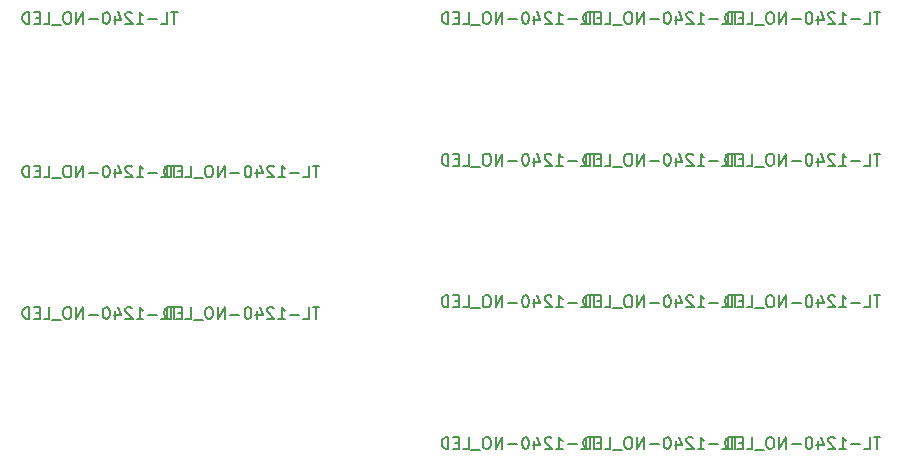
<source format=gbr>
%TF.GenerationSoftware,KiCad,Pcbnew,5.1.12-84ad8e8a86~92~ubuntu20.04.1*%
%TF.CreationDate,2022-04-21T21:58:34+02:00*%
%TF.ProjectId,bkm-15r-mini,626b6d2d-3135-4722-9d6d-696e692e6b69,rev?*%
%TF.SameCoordinates,Original*%
%TF.FileFunction,AssemblyDrawing,Bot*%
%FSLAX46Y46*%
G04 Gerber Fmt 4.6, Leading zero omitted, Abs format (unit mm)*
G04 Created by KiCad (PCBNEW 5.1.12-84ad8e8a86~92~ubuntu20.04.1) date 2022-04-21 21:58:34*
%MOMM*%
%LPD*%
G01*
G04 APERTURE LIST*
%ADD10C,0.150000*%
G04 APERTURE END LIST*
%TO.C,SW101*%
D10*
X170619047Y-38552380D02*
X170047619Y-38552380D01*
X170333333Y-39552380D02*
X170333333Y-38552380D01*
X169238095Y-39552380D02*
X169714285Y-39552380D01*
X169714285Y-38552380D01*
X168904761Y-39171428D02*
X168142857Y-39171428D01*
X167142857Y-39552380D02*
X167714285Y-39552380D01*
X167428571Y-39552380D02*
X167428571Y-38552380D01*
X167523809Y-38695238D01*
X167619047Y-38790476D01*
X167714285Y-38838095D01*
X166761904Y-38647619D02*
X166714285Y-38600000D01*
X166619047Y-38552380D01*
X166380952Y-38552380D01*
X166285714Y-38600000D01*
X166238095Y-38647619D01*
X166190476Y-38742857D01*
X166190476Y-38838095D01*
X166238095Y-38980952D01*
X166809523Y-39552380D01*
X166190476Y-39552380D01*
X165333333Y-38885714D02*
X165333333Y-39552380D01*
X165571428Y-38504761D02*
X165809523Y-39219047D01*
X165190476Y-39219047D01*
X164619047Y-38552380D02*
X164523809Y-38552380D01*
X164428571Y-38600000D01*
X164380952Y-38647619D01*
X164333333Y-38742857D01*
X164285714Y-38933333D01*
X164285714Y-39171428D01*
X164333333Y-39361904D01*
X164380952Y-39457142D01*
X164428571Y-39504761D01*
X164523809Y-39552380D01*
X164619047Y-39552380D01*
X164714285Y-39504761D01*
X164761904Y-39457142D01*
X164809523Y-39361904D01*
X164857142Y-39171428D01*
X164857142Y-38933333D01*
X164809523Y-38742857D01*
X164761904Y-38647619D01*
X164714285Y-38600000D01*
X164619047Y-38552380D01*
X163857142Y-39171428D02*
X163095238Y-39171428D01*
X162619047Y-39552380D02*
X162619047Y-38552380D01*
X162047619Y-39552380D01*
X162047619Y-38552380D01*
X161380952Y-38552380D02*
X161190476Y-38552380D01*
X161095238Y-38600000D01*
X161000000Y-38695238D01*
X160952380Y-38885714D01*
X160952380Y-39219047D01*
X161000000Y-39409523D01*
X161095238Y-39504761D01*
X161190476Y-39552380D01*
X161380952Y-39552380D01*
X161476190Y-39504761D01*
X161571428Y-39409523D01*
X161619047Y-39219047D01*
X161619047Y-38885714D01*
X161571428Y-38695238D01*
X161476190Y-38600000D01*
X161380952Y-38552380D01*
X160761904Y-39647619D02*
X160000000Y-39647619D01*
X159285714Y-39552380D02*
X159761904Y-39552380D01*
X159761904Y-38552380D01*
X158952380Y-39028571D02*
X158619047Y-39028571D01*
X158476190Y-39552380D02*
X158952380Y-39552380D01*
X158952380Y-38552380D01*
X158476190Y-38552380D01*
X158047619Y-39552380D02*
X158047619Y-38552380D01*
X157809523Y-38552380D01*
X157666666Y-38600000D01*
X157571428Y-38695238D01*
X157523809Y-38790476D01*
X157476190Y-38980952D01*
X157476190Y-39123809D01*
X157523809Y-39314285D01*
X157571428Y-39409523D01*
X157666666Y-39504761D01*
X157809523Y-39552380D01*
X158047619Y-39552380D01*
%TO.C,SW102*%
X158619047Y-38552380D02*
X158047619Y-38552380D01*
X158333333Y-39552380D02*
X158333333Y-38552380D01*
X157238095Y-39552380D02*
X157714285Y-39552380D01*
X157714285Y-38552380D01*
X156904761Y-39171428D02*
X156142857Y-39171428D01*
X155142857Y-39552380D02*
X155714285Y-39552380D01*
X155428571Y-39552380D02*
X155428571Y-38552380D01*
X155523809Y-38695238D01*
X155619047Y-38790476D01*
X155714285Y-38838095D01*
X154761904Y-38647619D02*
X154714285Y-38600000D01*
X154619047Y-38552380D01*
X154380952Y-38552380D01*
X154285714Y-38600000D01*
X154238095Y-38647619D01*
X154190476Y-38742857D01*
X154190476Y-38838095D01*
X154238095Y-38980952D01*
X154809523Y-39552380D01*
X154190476Y-39552380D01*
X153333333Y-38885714D02*
X153333333Y-39552380D01*
X153571428Y-38504761D02*
X153809523Y-39219047D01*
X153190476Y-39219047D01*
X152619047Y-38552380D02*
X152523809Y-38552380D01*
X152428571Y-38600000D01*
X152380952Y-38647619D01*
X152333333Y-38742857D01*
X152285714Y-38933333D01*
X152285714Y-39171428D01*
X152333333Y-39361904D01*
X152380952Y-39457142D01*
X152428571Y-39504761D01*
X152523809Y-39552380D01*
X152619047Y-39552380D01*
X152714285Y-39504761D01*
X152761904Y-39457142D01*
X152809523Y-39361904D01*
X152857142Y-39171428D01*
X152857142Y-38933333D01*
X152809523Y-38742857D01*
X152761904Y-38647619D01*
X152714285Y-38600000D01*
X152619047Y-38552380D01*
X151857142Y-39171428D02*
X151095238Y-39171428D01*
X150619047Y-39552380D02*
X150619047Y-38552380D01*
X150047619Y-39552380D01*
X150047619Y-38552380D01*
X149380952Y-38552380D02*
X149190476Y-38552380D01*
X149095238Y-38600000D01*
X149000000Y-38695238D01*
X148952380Y-38885714D01*
X148952380Y-39219047D01*
X149000000Y-39409523D01*
X149095238Y-39504761D01*
X149190476Y-39552380D01*
X149380952Y-39552380D01*
X149476190Y-39504761D01*
X149571428Y-39409523D01*
X149619047Y-39219047D01*
X149619047Y-38885714D01*
X149571428Y-38695238D01*
X149476190Y-38600000D01*
X149380952Y-38552380D01*
X148761904Y-39647619D02*
X148000000Y-39647619D01*
X147285714Y-39552380D02*
X147761904Y-39552380D01*
X147761904Y-38552380D01*
X146952380Y-39028571D02*
X146619047Y-39028571D01*
X146476190Y-39552380D02*
X146952380Y-39552380D01*
X146952380Y-38552380D01*
X146476190Y-38552380D01*
X146047619Y-39552380D02*
X146047619Y-38552380D01*
X145809523Y-38552380D01*
X145666666Y-38600000D01*
X145571428Y-38695238D01*
X145523809Y-38790476D01*
X145476190Y-38980952D01*
X145476190Y-39123809D01*
X145523809Y-39314285D01*
X145571428Y-39409523D01*
X145666666Y-39504761D01*
X145809523Y-39552380D01*
X146047619Y-39552380D01*
%TO.C,SW103*%
X146619047Y-38552380D02*
X146047619Y-38552380D01*
X146333333Y-39552380D02*
X146333333Y-38552380D01*
X145238095Y-39552380D02*
X145714285Y-39552380D01*
X145714285Y-38552380D01*
X144904761Y-39171428D02*
X144142857Y-39171428D01*
X143142857Y-39552380D02*
X143714285Y-39552380D01*
X143428571Y-39552380D02*
X143428571Y-38552380D01*
X143523809Y-38695238D01*
X143619047Y-38790476D01*
X143714285Y-38838095D01*
X142761904Y-38647619D02*
X142714285Y-38600000D01*
X142619047Y-38552380D01*
X142380952Y-38552380D01*
X142285714Y-38600000D01*
X142238095Y-38647619D01*
X142190476Y-38742857D01*
X142190476Y-38838095D01*
X142238095Y-38980952D01*
X142809523Y-39552380D01*
X142190476Y-39552380D01*
X141333333Y-38885714D02*
X141333333Y-39552380D01*
X141571428Y-38504761D02*
X141809523Y-39219047D01*
X141190476Y-39219047D01*
X140619047Y-38552380D02*
X140523809Y-38552380D01*
X140428571Y-38600000D01*
X140380952Y-38647619D01*
X140333333Y-38742857D01*
X140285714Y-38933333D01*
X140285714Y-39171428D01*
X140333333Y-39361904D01*
X140380952Y-39457142D01*
X140428571Y-39504761D01*
X140523809Y-39552380D01*
X140619047Y-39552380D01*
X140714285Y-39504761D01*
X140761904Y-39457142D01*
X140809523Y-39361904D01*
X140857142Y-39171428D01*
X140857142Y-38933333D01*
X140809523Y-38742857D01*
X140761904Y-38647619D01*
X140714285Y-38600000D01*
X140619047Y-38552380D01*
X139857142Y-39171428D02*
X139095238Y-39171428D01*
X138619047Y-39552380D02*
X138619047Y-38552380D01*
X138047619Y-39552380D01*
X138047619Y-38552380D01*
X137380952Y-38552380D02*
X137190476Y-38552380D01*
X137095238Y-38600000D01*
X137000000Y-38695238D01*
X136952380Y-38885714D01*
X136952380Y-39219047D01*
X137000000Y-39409523D01*
X137095238Y-39504761D01*
X137190476Y-39552380D01*
X137380952Y-39552380D01*
X137476190Y-39504761D01*
X137571428Y-39409523D01*
X137619047Y-39219047D01*
X137619047Y-38885714D01*
X137571428Y-38695238D01*
X137476190Y-38600000D01*
X137380952Y-38552380D01*
X136761904Y-39647619D02*
X136000000Y-39647619D01*
X135285714Y-39552380D02*
X135761904Y-39552380D01*
X135761904Y-38552380D01*
X134952380Y-39028571D02*
X134619047Y-39028571D01*
X134476190Y-39552380D02*
X134952380Y-39552380D01*
X134952380Y-38552380D01*
X134476190Y-38552380D01*
X134047619Y-39552380D02*
X134047619Y-38552380D01*
X133809523Y-38552380D01*
X133666666Y-38600000D01*
X133571428Y-38695238D01*
X133523809Y-38790476D01*
X133476190Y-38980952D01*
X133476190Y-39123809D01*
X133523809Y-39314285D01*
X133571428Y-39409523D01*
X133666666Y-39504761D01*
X133809523Y-39552380D01*
X134047619Y-39552380D01*
%TO.C,SW104*%
X170619047Y-50552380D02*
X170047619Y-50552380D01*
X170333333Y-51552380D02*
X170333333Y-50552380D01*
X169238095Y-51552380D02*
X169714285Y-51552380D01*
X169714285Y-50552380D01*
X168904761Y-51171428D02*
X168142857Y-51171428D01*
X167142857Y-51552380D02*
X167714285Y-51552380D01*
X167428571Y-51552380D02*
X167428571Y-50552380D01*
X167523809Y-50695238D01*
X167619047Y-50790476D01*
X167714285Y-50838095D01*
X166761904Y-50647619D02*
X166714285Y-50600000D01*
X166619047Y-50552380D01*
X166380952Y-50552380D01*
X166285714Y-50600000D01*
X166238095Y-50647619D01*
X166190476Y-50742857D01*
X166190476Y-50838095D01*
X166238095Y-50980952D01*
X166809523Y-51552380D01*
X166190476Y-51552380D01*
X165333333Y-50885714D02*
X165333333Y-51552380D01*
X165571428Y-50504761D02*
X165809523Y-51219047D01*
X165190476Y-51219047D01*
X164619047Y-50552380D02*
X164523809Y-50552380D01*
X164428571Y-50600000D01*
X164380952Y-50647619D01*
X164333333Y-50742857D01*
X164285714Y-50933333D01*
X164285714Y-51171428D01*
X164333333Y-51361904D01*
X164380952Y-51457142D01*
X164428571Y-51504761D01*
X164523809Y-51552380D01*
X164619047Y-51552380D01*
X164714285Y-51504761D01*
X164761904Y-51457142D01*
X164809523Y-51361904D01*
X164857142Y-51171428D01*
X164857142Y-50933333D01*
X164809523Y-50742857D01*
X164761904Y-50647619D01*
X164714285Y-50600000D01*
X164619047Y-50552380D01*
X163857142Y-51171428D02*
X163095238Y-51171428D01*
X162619047Y-51552380D02*
X162619047Y-50552380D01*
X162047619Y-51552380D01*
X162047619Y-50552380D01*
X161380952Y-50552380D02*
X161190476Y-50552380D01*
X161095238Y-50600000D01*
X161000000Y-50695238D01*
X160952380Y-50885714D01*
X160952380Y-51219047D01*
X161000000Y-51409523D01*
X161095238Y-51504761D01*
X161190476Y-51552380D01*
X161380952Y-51552380D01*
X161476190Y-51504761D01*
X161571428Y-51409523D01*
X161619047Y-51219047D01*
X161619047Y-50885714D01*
X161571428Y-50695238D01*
X161476190Y-50600000D01*
X161380952Y-50552380D01*
X160761904Y-51647619D02*
X160000000Y-51647619D01*
X159285714Y-51552380D02*
X159761904Y-51552380D01*
X159761904Y-50552380D01*
X158952380Y-51028571D02*
X158619047Y-51028571D01*
X158476190Y-51552380D02*
X158952380Y-51552380D01*
X158952380Y-50552380D01*
X158476190Y-50552380D01*
X158047619Y-51552380D02*
X158047619Y-50552380D01*
X157809523Y-50552380D01*
X157666666Y-50600000D01*
X157571428Y-50695238D01*
X157523809Y-50790476D01*
X157476190Y-50980952D01*
X157476190Y-51123809D01*
X157523809Y-51314285D01*
X157571428Y-51409523D01*
X157666666Y-51504761D01*
X157809523Y-51552380D01*
X158047619Y-51552380D01*
%TO.C,SW105*%
X158619047Y-50552380D02*
X158047619Y-50552380D01*
X158333333Y-51552380D02*
X158333333Y-50552380D01*
X157238095Y-51552380D02*
X157714285Y-51552380D01*
X157714285Y-50552380D01*
X156904761Y-51171428D02*
X156142857Y-51171428D01*
X155142857Y-51552380D02*
X155714285Y-51552380D01*
X155428571Y-51552380D02*
X155428571Y-50552380D01*
X155523809Y-50695238D01*
X155619047Y-50790476D01*
X155714285Y-50838095D01*
X154761904Y-50647619D02*
X154714285Y-50600000D01*
X154619047Y-50552380D01*
X154380952Y-50552380D01*
X154285714Y-50600000D01*
X154238095Y-50647619D01*
X154190476Y-50742857D01*
X154190476Y-50838095D01*
X154238095Y-50980952D01*
X154809523Y-51552380D01*
X154190476Y-51552380D01*
X153333333Y-50885714D02*
X153333333Y-51552380D01*
X153571428Y-50504761D02*
X153809523Y-51219047D01*
X153190476Y-51219047D01*
X152619047Y-50552380D02*
X152523809Y-50552380D01*
X152428571Y-50600000D01*
X152380952Y-50647619D01*
X152333333Y-50742857D01*
X152285714Y-50933333D01*
X152285714Y-51171428D01*
X152333333Y-51361904D01*
X152380952Y-51457142D01*
X152428571Y-51504761D01*
X152523809Y-51552380D01*
X152619047Y-51552380D01*
X152714285Y-51504761D01*
X152761904Y-51457142D01*
X152809523Y-51361904D01*
X152857142Y-51171428D01*
X152857142Y-50933333D01*
X152809523Y-50742857D01*
X152761904Y-50647619D01*
X152714285Y-50600000D01*
X152619047Y-50552380D01*
X151857142Y-51171428D02*
X151095238Y-51171428D01*
X150619047Y-51552380D02*
X150619047Y-50552380D01*
X150047619Y-51552380D01*
X150047619Y-50552380D01*
X149380952Y-50552380D02*
X149190476Y-50552380D01*
X149095238Y-50600000D01*
X149000000Y-50695238D01*
X148952380Y-50885714D01*
X148952380Y-51219047D01*
X149000000Y-51409523D01*
X149095238Y-51504761D01*
X149190476Y-51552380D01*
X149380952Y-51552380D01*
X149476190Y-51504761D01*
X149571428Y-51409523D01*
X149619047Y-51219047D01*
X149619047Y-50885714D01*
X149571428Y-50695238D01*
X149476190Y-50600000D01*
X149380952Y-50552380D01*
X148761904Y-51647619D02*
X148000000Y-51647619D01*
X147285714Y-51552380D02*
X147761904Y-51552380D01*
X147761904Y-50552380D01*
X146952380Y-51028571D02*
X146619047Y-51028571D01*
X146476190Y-51552380D02*
X146952380Y-51552380D01*
X146952380Y-50552380D01*
X146476190Y-50552380D01*
X146047619Y-51552380D02*
X146047619Y-50552380D01*
X145809523Y-50552380D01*
X145666666Y-50600000D01*
X145571428Y-50695238D01*
X145523809Y-50790476D01*
X145476190Y-50980952D01*
X145476190Y-51123809D01*
X145523809Y-51314285D01*
X145571428Y-51409523D01*
X145666666Y-51504761D01*
X145809523Y-51552380D01*
X146047619Y-51552380D01*
%TO.C,SW106*%
X146619047Y-50552380D02*
X146047619Y-50552380D01*
X146333333Y-51552380D02*
X146333333Y-50552380D01*
X145238095Y-51552380D02*
X145714285Y-51552380D01*
X145714285Y-50552380D01*
X144904761Y-51171428D02*
X144142857Y-51171428D01*
X143142857Y-51552380D02*
X143714285Y-51552380D01*
X143428571Y-51552380D02*
X143428571Y-50552380D01*
X143523809Y-50695238D01*
X143619047Y-50790476D01*
X143714285Y-50838095D01*
X142761904Y-50647619D02*
X142714285Y-50600000D01*
X142619047Y-50552380D01*
X142380952Y-50552380D01*
X142285714Y-50600000D01*
X142238095Y-50647619D01*
X142190476Y-50742857D01*
X142190476Y-50838095D01*
X142238095Y-50980952D01*
X142809523Y-51552380D01*
X142190476Y-51552380D01*
X141333333Y-50885714D02*
X141333333Y-51552380D01*
X141571428Y-50504761D02*
X141809523Y-51219047D01*
X141190476Y-51219047D01*
X140619047Y-50552380D02*
X140523809Y-50552380D01*
X140428571Y-50600000D01*
X140380952Y-50647619D01*
X140333333Y-50742857D01*
X140285714Y-50933333D01*
X140285714Y-51171428D01*
X140333333Y-51361904D01*
X140380952Y-51457142D01*
X140428571Y-51504761D01*
X140523809Y-51552380D01*
X140619047Y-51552380D01*
X140714285Y-51504761D01*
X140761904Y-51457142D01*
X140809523Y-51361904D01*
X140857142Y-51171428D01*
X140857142Y-50933333D01*
X140809523Y-50742857D01*
X140761904Y-50647619D01*
X140714285Y-50600000D01*
X140619047Y-50552380D01*
X139857142Y-51171428D02*
X139095238Y-51171428D01*
X138619047Y-51552380D02*
X138619047Y-50552380D01*
X138047619Y-51552380D01*
X138047619Y-50552380D01*
X137380952Y-50552380D02*
X137190476Y-50552380D01*
X137095238Y-50600000D01*
X137000000Y-50695238D01*
X136952380Y-50885714D01*
X136952380Y-51219047D01*
X137000000Y-51409523D01*
X137095238Y-51504761D01*
X137190476Y-51552380D01*
X137380952Y-51552380D01*
X137476190Y-51504761D01*
X137571428Y-51409523D01*
X137619047Y-51219047D01*
X137619047Y-50885714D01*
X137571428Y-50695238D01*
X137476190Y-50600000D01*
X137380952Y-50552380D01*
X136761904Y-51647619D02*
X136000000Y-51647619D01*
X135285714Y-51552380D02*
X135761904Y-51552380D01*
X135761904Y-50552380D01*
X134952380Y-51028571D02*
X134619047Y-51028571D01*
X134476190Y-51552380D02*
X134952380Y-51552380D01*
X134952380Y-50552380D01*
X134476190Y-50552380D01*
X134047619Y-51552380D02*
X134047619Y-50552380D01*
X133809523Y-50552380D01*
X133666666Y-50600000D01*
X133571428Y-50695238D01*
X133523809Y-50790476D01*
X133476190Y-50980952D01*
X133476190Y-51123809D01*
X133523809Y-51314285D01*
X133571428Y-51409523D01*
X133666666Y-51504761D01*
X133809523Y-51552380D01*
X134047619Y-51552380D01*
%TO.C,SW107*%
X170619047Y-62552380D02*
X170047619Y-62552380D01*
X170333333Y-63552380D02*
X170333333Y-62552380D01*
X169238095Y-63552380D02*
X169714285Y-63552380D01*
X169714285Y-62552380D01*
X168904761Y-63171428D02*
X168142857Y-63171428D01*
X167142857Y-63552380D02*
X167714285Y-63552380D01*
X167428571Y-63552380D02*
X167428571Y-62552380D01*
X167523809Y-62695238D01*
X167619047Y-62790476D01*
X167714285Y-62838095D01*
X166761904Y-62647619D02*
X166714285Y-62600000D01*
X166619047Y-62552380D01*
X166380952Y-62552380D01*
X166285714Y-62600000D01*
X166238095Y-62647619D01*
X166190476Y-62742857D01*
X166190476Y-62838095D01*
X166238095Y-62980952D01*
X166809523Y-63552380D01*
X166190476Y-63552380D01*
X165333333Y-62885714D02*
X165333333Y-63552380D01*
X165571428Y-62504761D02*
X165809523Y-63219047D01*
X165190476Y-63219047D01*
X164619047Y-62552380D02*
X164523809Y-62552380D01*
X164428571Y-62600000D01*
X164380952Y-62647619D01*
X164333333Y-62742857D01*
X164285714Y-62933333D01*
X164285714Y-63171428D01*
X164333333Y-63361904D01*
X164380952Y-63457142D01*
X164428571Y-63504761D01*
X164523809Y-63552380D01*
X164619047Y-63552380D01*
X164714285Y-63504761D01*
X164761904Y-63457142D01*
X164809523Y-63361904D01*
X164857142Y-63171428D01*
X164857142Y-62933333D01*
X164809523Y-62742857D01*
X164761904Y-62647619D01*
X164714285Y-62600000D01*
X164619047Y-62552380D01*
X163857142Y-63171428D02*
X163095238Y-63171428D01*
X162619047Y-63552380D02*
X162619047Y-62552380D01*
X162047619Y-63552380D01*
X162047619Y-62552380D01*
X161380952Y-62552380D02*
X161190476Y-62552380D01*
X161095238Y-62600000D01*
X161000000Y-62695238D01*
X160952380Y-62885714D01*
X160952380Y-63219047D01*
X161000000Y-63409523D01*
X161095238Y-63504761D01*
X161190476Y-63552380D01*
X161380952Y-63552380D01*
X161476190Y-63504761D01*
X161571428Y-63409523D01*
X161619047Y-63219047D01*
X161619047Y-62885714D01*
X161571428Y-62695238D01*
X161476190Y-62600000D01*
X161380952Y-62552380D01*
X160761904Y-63647619D02*
X160000000Y-63647619D01*
X159285714Y-63552380D02*
X159761904Y-63552380D01*
X159761904Y-62552380D01*
X158952380Y-63028571D02*
X158619047Y-63028571D01*
X158476190Y-63552380D02*
X158952380Y-63552380D01*
X158952380Y-62552380D01*
X158476190Y-62552380D01*
X158047619Y-63552380D02*
X158047619Y-62552380D01*
X157809523Y-62552380D01*
X157666666Y-62600000D01*
X157571428Y-62695238D01*
X157523809Y-62790476D01*
X157476190Y-62980952D01*
X157476190Y-63123809D01*
X157523809Y-63314285D01*
X157571428Y-63409523D01*
X157666666Y-63504761D01*
X157809523Y-63552380D01*
X158047619Y-63552380D01*
%TO.C,SW108*%
X158619047Y-62552380D02*
X158047619Y-62552380D01*
X158333333Y-63552380D02*
X158333333Y-62552380D01*
X157238095Y-63552380D02*
X157714285Y-63552380D01*
X157714285Y-62552380D01*
X156904761Y-63171428D02*
X156142857Y-63171428D01*
X155142857Y-63552380D02*
X155714285Y-63552380D01*
X155428571Y-63552380D02*
X155428571Y-62552380D01*
X155523809Y-62695238D01*
X155619047Y-62790476D01*
X155714285Y-62838095D01*
X154761904Y-62647619D02*
X154714285Y-62600000D01*
X154619047Y-62552380D01*
X154380952Y-62552380D01*
X154285714Y-62600000D01*
X154238095Y-62647619D01*
X154190476Y-62742857D01*
X154190476Y-62838095D01*
X154238095Y-62980952D01*
X154809523Y-63552380D01*
X154190476Y-63552380D01*
X153333333Y-62885714D02*
X153333333Y-63552380D01*
X153571428Y-62504761D02*
X153809523Y-63219047D01*
X153190476Y-63219047D01*
X152619047Y-62552380D02*
X152523809Y-62552380D01*
X152428571Y-62600000D01*
X152380952Y-62647619D01*
X152333333Y-62742857D01*
X152285714Y-62933333D01*
X152285714Y-63171428D01*
X152333333Y-63361904D01*
X152380952Y-63457142D01*
X152428571Y-63504761D01*
X152523809Y-63552380D01*
X152619047Y-63552380D01*
X152714285Y-63504761D01*
X152761904Y-63457142D01*
X152809523Y-63361904D01*
X152857142Y-63171428D01*
X152857142Y-62933333D01*
X152809523Y-62742857D01*
X152761904Y-62647619D01*
X152714285Y-62600000D01*
X152619047Y-62552380D01*
X151857142Y-63171428D02*
X151095238Y-63171428D01*
X150619047Y-63552380D02*
X150619047Y-62552380D01*
X150047619Y-63552380D01*
X150047619Y-62552380D01*
X149380952Y-62552380D02*
X149190476Y-62552380D01*
X149095238Y-62600000D01*
X149000000Y-62695238D01*
X148952380Y-62885714D01*
X148952380Y-63219047D01*
X149000000Y-63409523D01*
X149095238Y-63504761D01*
X149190476Y-63552380D01*
X149380952Y-63552380D01*
X149476190Y-63504761D01*
X149571428Y-63409523D01*
X149619047Y-63219047D01*
X149619047Y-62885714D01*
X149571428Y-62695238D01*
X149476190Y-62600000D01*
X149380952Y-62552380D01*
X148761904Y-63647619D02*
X148000000Y-63647619D01*
X147285714Y-63552380D02*
X147761904Y-63552380D01*
X147761904Y-62552380D01*
X146952380Y-63028571D02*
X146619047Y-63028571D01*
X146476190Y-63552380D02*
X146952380Y-63552380D01*
X146952380Y-62552380D01*
X146476190Y-62552380D01*
X146047619Y-63552380D02*
X146047619Y-62552380D01*
X145809523Y-62552380D01*
X145666666Y-62600000D01*
X145571428Y-62695238D01*
X145523809Y-62790476D01*
X145476190Y-62980952D01*
X145476190Y-63123809D01*
X145523809Y-63314285D01*
X145571428Y-63409523D01*
X145666666Y-63504761D01*
X145809523Y-63552380D01*
X146047619Y-63552380D01*
%TO.C,SW109*%
X146619047Y-62552380D02*
X146047619Y-62552380D01*
X146333333Y-63552380D02*
X146333333Y-62552380D01*
X145238095Y-63552380D02*
X145714285Y-63552380D01*
X145714285Y-62552380D01*
X144904761Y-63171428D02*
X144142857Y-63171428D01*
X143142857Y-63552380D02*
X143714285Y-63552380D01*
X143428571Y-63552380D02*
X143428571Y-62552380D01*
X143523809Y-62695238D01*
X143619047Y-62790476D01*
X143714285Y-62838095D01*
X142761904Y-62647619D02*
X142714285Y-62600000D01*
X142619047Y-62552380D01*
X142380952Y-62552380D01*
X142285714Y-62600000D01*
X142238095Y-62647619D01*
X142190476Y-62742857D01*
X142190476Y-62838095D01*
X142238095Y-62980952D01*
X142809523Y-63552380D01*
X142190476Y-63552380D01*
X141333333Y-62885714D02*
X141333333Y-63552380D01*
X141571428Y-62504761D02*
X141809523Y-63219047D01*
X141190476Y-63219047D01*
X140619047Y-62552380D02*
X140523809Y-62552380D01*
X140428571Y-62600000D01*
X140380952Y-62647619D01*
X140333333Y-62742857D01*
X140285714Y-62933333D01*
X140285714Y-63171428D01*
X140333333Y-63361904D01*
X140380952Y-63457142D01*
X140428571Y-63504761D01*
X140523809Y-63552380D01*
X140619047Y-63552380D01*
X140714285Y-63504761D01*
X140761904Y-63457142D01*
X140809523Y-63361904D01*
X140857142Y-63171428D01*
X140857142Y-62933333D01*
X140809523Y-62742857D01*
X140761904Y-62647619D01*
X140714285Y-62600000D01*
X140619047Y-62552380D01*
X139857142Y-63171428D02*
X139095238Y-63171428D01*
X138619047Y-63552380D02*
X138619047Y-62552380D01*
X138047619Y-63552380D01*
X138047619Y-62552380D01*
X137380952Y-62552380D02*
X137190476Y-62552380D01*
X137095238Y-62600000D01*
X137000000Y-62695238D01*
X136952380Y-62885714D01*
X136952380Y-63219047D01*
X137000000Y-63409523D01*
X137095238Y-63504761D01*
X137190476Y-63552380D01*
X137380952Y-63552380D01*
X137476190Y-63504761D01*
X137571428Y-63409523D01*
X137619047Y-63219047D01*
X137619047Y-62885714D01*
X137571428Y-62695238D01*
X137476190Y-62600000D01*
X137380952Y-62552380D01*
X136761904Y-63647619D02*
X136000000Y-63647619D01*
X135285714Y-63552380D02*
X135761904Y-63552380D01*
X135761904Y-62552380D01*
X134952380Y-63028571D02*
X134619047Y-63028571D01*
X134476190Y-63552380D02*
X134952380Y-63552380D01*
X134952380Y-62552380D01*
X134476190Y-62552380D01*
X134047619Y-63552380D02*
X134047619Y-62552380D01*
X133809523Y-62552380D01*
X133666666Y-62600000D01*
X133571428Y-62695238D01*
X133523809Y-62790476D01*
X133476190Y-62980952D01*
X133476190Y-63123809D01*
X133523809Y-63314285D01*
X133571428Y-63409523D01*
X133666666Y-63504761D01*
X133809523Y-63552380D01*
X134047619Y-63552380D01*
%TO.C,SW110*%
X170619047Y-74552380D02*
X170047619Y-74552380D01*
X170333333Y-75552380D02*
X170333333Y-74552380D01*
X169238095Y-75552380D02*
X169714285Y-75552380D01*
X169714285Y-74552380D01*
X168904761Y-75171428D02*
X168142857Y-75171428D01*
X167142857Y-75552380D02*
X167714285Y-75552380D01*
X167428571Y-75552380D02*
X167428571Y-74552380D01*
X167523809Y-74695238D01*
X167619047Y-74790476D01*
X167714285Y-74838095D01*
X166761904Y-74647619D02*
X166714285Y-74600000D01*
X166619047Y-74552380D01*
X166380952Y-74552380D01*
X166285714Y-74600000D01*
X166238095Y-74647619D01*
X166190476Y-74742857D01*
X166190476Y-74838095D01*
X166238095Y-74980952D01*
X166809523Y-75552380D01*
X166190476Y-75552380D01*
X165333333Y-74885714D02*
X165333333Y-75552380D01*
X165571428Y-74504761D02*
X165809523Y-75219047D01*
X165190476Y-75219047D01*
X164619047Y-74552380D02*
X164523809Y-74552380D01*
X164428571Y-74600000D01*
X164380952Y-74647619D01*
X164333333Y-74742857D01*
X164285714Y-74933333D01*
X164285714Y-75171428D01*
X164333333Y-75361904D01*
X164380952Y-75457142D01*
X164428571Y-75504761D01*
X164523809Y-75552380D01*
X164619047Y-75552380D01*
X164714285Y-75504761D01*
X164761904Y-75457142D01*
X164809523Y-75361904D01*
X164857142Y-75171428D01*
X164857142Y-74933333D01*
X164809523Y-74742857D01*
X164761904Y-74647619D01*
X164714285Y-74600000D01*
X164619047Y-74552380D01*
X163857142Y-75171428D02*
X163095238Y-75171428D01*
X162619047Y-75552380D02*
X162619047Y-74552380D01*
X162047619Y-75552380D01*
X162047619Y-74552380D01*
X161380952Y-74552380D02*
X161190476Y-74552380D01*
X161095238Y-74600000D01*
X161000000Y-74695238D01*
X160952380Y-74885714D01*
X160952380Y-75219047D01*
X161000000Y-75409523D01*
X161095238Y-75504761D01*
X161190476Y-75552380D01*
X161380952Y-75552380D01*
X161476190Y-75504761D01*
X161571428Y-75409523D01*
X161619047Y-75219047D01*
X161619047Y-74885714D01*
X161571428Y-74695238D01*
X161476190Y-74600000D01*
X161380952Y-74552380D01*
X160761904Y-75647619D02*
X160000000Y-75647619D01*
X159285714Y-75552380D02*
X159761904Y-75552380D01*
X159761904Y-74552380D01*
X158952380Y-75028571D02*
X158619047Y-75028571D01*
X158476190Y-75552380D02*
X158952380Y-75552380D01*
X158952380Y-74552380D01*
X158476190Y-74552380D01*
X158047619Y-75552380D02*
X158047619Y-74552380D01*
X157809523Y-74552380D01*
X157666666Y-74600000D01*
X157571428Y-74695238D01*
X157523809Y-74790476D01*
X157476190Y-74980952D01*
X157476190Y-75123809D01*
X157523809Y-75314285D01*
X157571428Y-75409523D01*
X157666666Y-75504761D01*
X157809523Y-75552380D01*
X158047619Y-75552380D01*
%TO.C,SW111*%
X158619047Y-74552380D02*
X158047619Y-74552380D01*
X158333333Y-75552380D02*
X158333333Y-74552380D01*
X157238095Y-75552380D02*
X157714285Y-75552380D01*
X157714285Y-74552380D01*
X156904761Y-75171428D02*
X156142857Y-75171428D01*
X155142857Y-75552380D02*
X155714285Y-75552380D01*
X155428571Y-75552380D02*
X155428571Y-74552380D01*
X155523809Y-74695238D01*
X155619047Y-74790476D01*
X155714285Y-74838095D01*
X154761904Y-74647619D02*
X154714285Y-74600000D01*
X154619047Y-74552380D01*
X154380952Y-74552380D01*
X154285714Y-74600000D01*
X154238095Y-74647619D01*
X154190476Y-74742857D01*
X154190476Y-74838095D01*
X154238095Y-74980952D01*
X154809523Y-75552380D01*
X154190476Y-75552380D01*
X153333333Y-74885714D02*
X153333333Y-75552380D01*
X153571428Y-74504761D02*
X153809523Y-75219047D01*
X153190476Y-75219047D01*
X152619047Y-74552380D02*
X152523809Y-74552380D01*
X152428571Y-74600000D01*
X152380952Y-74647619D01*
X152333333Y-74742857D01*
X152285714Y-74933333D01*
X152285714Y-75171428D01*
X152333333Y-75361904D01*
X152380952Y-75457142D01*
X152428571Y-75504761D01*
X152523809Y-75552380D01*
X152619047Y-75552380D01*
X152714285Y-75504761D01*
X152761904Y-75457142D01*
X152809523Y-75361904D01*
X152857142Y-75171428D01*
X152857142Y-74933333D01*
X152809523Y-74742857D01*
X152761904Y-74647619D01*
X152714285Y-74600000D01*
X152619047Y-74552380D01*
X151857142Y-75171428D02*
X151095238Y-75171428D01*
X150619047Y-75552380D02*
X150619047Y-74552380D01*
X150047619Y-75552380D01*
X150047619Y-74552380D01*
X149380952Y-74552380D02*
X149190476Y-74552380D01*
X149095238Y-74600000D01*
X149000000Y-74695238D01*
X148952380Y-74885714D01*
X148952380Y-75219047D01*
X149000000Y-75409523D01*
X149095238Y-75504761D01*
X149190476Y-75552380D01*
X149380952Y-75552380D01*
X149476190Y-75504761D01*
X149571428Y-75409523D01*
X149619047Y-75219047D01*
X149619047Y-74885714D01*
X149571428Y-74695238D01*
X149476190Y-74600000D01*
X149380952Y-74552380D01*
X148761904Y-75647619D02*
X148000000Y-75647619D01*
X147285714Y-75552380D02*
X147761904Y-75552380D01*
X147761904Y-74552380D01*
X146952380Y-75028571D02*
X146619047Y-75028571D01*
X146476190Y-75552380D02*
X146952380Y-75552380D01*
X146952380Y-74552380D01*
X146476190Y-74552380D01*
X146047619Y-75552380D02*
X146047619Y-74552380D01*
X145809523Y-74552380D01*
X145666666Y-74600000D01*
X145571428Y-74695238D01*
X145523809Y-74790476D01*
X145476190Y-74980952D01*
X145476190Y-75123809D01*
X145523809Y-75314285D01*
X145571428Y-75409523D01*
X145666666Y-75504761D01*
X145809523Y-75552380D01*
X146047619Y-75552380D01*
%TO.C,SW112*%
X146619047Y-74552380D02*
X146047619Y-74552380D01*
X146333333Y-75552380D02*
X146333333Y-74552380D01*
X145238095Y-75552380D02*
X145714285Y-75552380D01*
X145714285Y-74552380D01*
X144904761Y-75171428D02*
X144142857Y-75171428D01*
X143142857Y-75552380D02*
X143714285Y-75552380D01*
X143428571Y-75552380D02*
X143428571Y-74552380D01*
X143523809Y-74695238D01*
X143619047Y-74790476D01*
X143714285Y-74838095D01*
X142761904Y-74647619D02*
X142714285Y-74600000D01*
X142619047Y-74552380D01*
X142380952Y-74552380D01*
X142285714Y-74600000D01*
X142238095Y-74647619D01*
X142190476Y-74742857D01*
X142190476Y-74838095D01*
X142238095Y-74980952D01*
X142809523Y-75552380D01*
X142190476Y-75552380D01*
X141333333Y-74885714D02*
X141333333Y-75552380D01*
X141571428Y-74504761D02*
X141809523Y-75219047D01*
X141190476Y-75219047D01*
X140619047Y-74552380D02*
X140523809Y-74552380D01*
X140428571Y-74600000D01*
X140380952Y-74647619D01*
X140333333Y-74742857D01*
X140285714Y-74933333D01*
X140285714Y-75171428D01*
X140333333Y-75361904D01*
X140380952Y-75457142D01*
X140428571Y-75504761D01*
X140523809Y-75552380D01*
X140619047Y-75552380D01*
X140714285Y-75504761D01*
X140761904Y-75457142D01*
X140809523Y-75361904D01*
X140857142Y-75171428D01*
X140857142Y-74933333D01*
X140809523Y-74742857D01*
X140761904Y-74647619D01*
X140714285Y-74600000D01*
X140619047Y-74552380D01*
X139857142Y-75171428D02*
X139095238Y-75171428D01*
X138619047Y-75552380D02*
X138619047Y-74552380D01*
X138047619Y-75552380D01*
X138047619Y-74552380D01*
X137380952Y-74552380D02*
X137190476Y-74552380D01*
X137095238Y-74600000D01*
X137000000Y-74695238D01*
X136952380Y-74885714D01*
X136952380Y-75219047D01*
X137000000Y-75409523D01*
X137095238Y-75504761D01*
X137190476Y-75552380D01*
X137380952Y-75552380D01*
X137476190Y-75504761D01*
X137571428Y-75409523D01*
X137619047Y-75219047D01*
X137619047Y-74885714D01*
X137571428Y-74695238D01*
X137476190Y-74600000D01*
X137380952Y-74552380D01*
X136761904Y-75647619D02*
X136000000Y-75647619D01*
X135285714Y-75552380D02*
X135761904Y-75552380D01*
X135761904Y-74552380D01*
X134952380Y-75028571D02*
X134619047Y-75028571D01*
X134476190Y-75552380D02*
X134952380Y-75552380D01*
X134952380Y-74552380D01*
X134476190Y-74552380D01*
X134047619Y-75552380D02*
X134047619Y-74552380D01*
X133809523Y-74552380D01*
X133666666Y-74600000D01*
X133571428Y-74695238D01*
X133523809Y-74790476D01*
X133476190Y-74980952D01*
X133476190Y-75123809D01*
X133523809Y-75314285D01*
X133571428Y-75409523D01*
X133666666Y-75504761D01*
X133809523Y-75552380D01*
X134047619Y-75552380D01*
%TO.C,SW201*%
X123119047Y-51552380D02*
X122547619Y-51552380D01*
X122833333Y-52552380D02*
X122833333Y-51552380D01*
X121738095Y-52552380D02*
X122214285Y-52552380D01*
X122214285Y-51552380D01*
X121404761Y-52171428D02*
X120642857Y-52171428D01*
X119642857Y-52552380D02*
X120214285Y-52552380D01*
X119928571Y-52552380D02*
X119928571Y-51552380D01*
X120023809Y-51695238D01*
X120119047Y-51790476D01*
X120214285Y-51838095D01*
X119261904Y-51647619D02*
X119214285Y-51600000D01*
X119119047Y-51552380D01*
X118880952Y-51552380D01*
X118785714Y-51600000D01*
X118738095Y-51647619D01*
X118690476Y-51742857D01*
X118690476Y-51838095D01*
X118738095Y-51980952D01*
X119309523Y-52552380D01*
X118690476Y-52552380D01*
X117833333Y-51885714D02*
X117833333Y-52552380D01*
X118071428Y-51504761D02*
X118309523Y-52219047D01*
X117690476Y-52219047D01*
X117119047Y-51552380D02*
X117023809Y-51552380D01*
X116928571Y-51600000D01*
X116880952Y-51647619D01*
X116833333Y-51742857D01*
X116785714Y-51933333D01*
X116785714Y-52171428D01*
X116833333Y-52361904D01*
X116880952Y-52457142D01*
X116928571Y-52504761D01*
X117023809Y-52552380D01*
X117119047Y-52552380D01*
X117214285Y-52504761D01*
X117261904Y-52457142D01*
X117309523Y-52361904D01*
X117357142Y-52171428D01*
X117357142Y-51933333D01*
X117309523Y-51742857D01*
X117261904Y-51647619D01*
X117214285Y-51600000D01*
X117119047Y-51552380D01*
X116357142Y-52171428D02*
X115595238Y-52171428D01*
X115119047Y-52552380D02*
X115119047Y-51552380D01*
X114547619Y-52552380D01*
X114547619Y-51552380D01*
X113880952Y-51552380D02*
X113690476Y-51552380D01*
X113595238Y-51600000D01*
X113500000Y-51695238D01*
X113452380Y-51885714D01*
X113452380Y-52219047D01*
X113500000Y-52409523D01*
X113595238Y-52504761D01*
X113690476Y-52552380D01*
X113880952Y-52552380D01*
X113976190Y-52504761D01*
X114071428Y-52409523D01*
X114119047Y-52219047D01*
X114119047Y-51885714D01*
X114071428Y-51695238D01*
X113976190Y-51600000D01*
X113880952Y-51552380D01*
X113261904Y-52647619D02*
X112500000Y-52647619D01*
X111785714Y-52552380D02*
X112261904Y-52552380D01*
X112261904Y-51552380D01*
X111452380Y-52028571D02*
X111119047Y-52028571D01*
X110976190Y-52552380D02*
X111452380Y-52552380D01*
X111452380Y-51552380D01*
X110976190Y-51552380D01*
X110547619Y-52552380D02*
X110547619Y-51552380D01*
X110309523Y-51552380D01*
X110166666Y-51600000D01*
X110071428Y-51695238D01*
X110023809Y-51790476D01*
X109976190Y-51980952D01*
X109976190Y-52123809D01*
X110023809Y-52314285D01*
X110071428Y-52409523D01*
X110166666Y-52504761D01*
X110309523Y-52552380D01*
X110547619Y-52552380D01*
%TO.C,SW202*%
X111119047Y-51552380D02*
X110547619Y-51552380D01*
X110833333Y-52552380D02*
X110833333Y-51552380D01*
X109738095Y-52552380D02*
X110214285Y-52552380D01*
X110214285Y-51552380D01*
X109404761Y-52171428D02*
X108642857Y-52171428D01*
X107642857Y-52552380D02*
X108214285Y-52552380D01*
X107928571Y-52552380D02*
X107928571Y-51552380D01*
X108023809Y-51695238D01*
X108119047Y-51790476D01*
X108214285Y-51838095D01*
X107261904Y-51647619D02*
X107214285Y-51600000D01*
X107119047Y-51552380D01*
X106880952Y-51552380D01*
X106785714Y-51600000D01*
X106738095Y-51647619D01*
X106690476Y-51742857D01*
X106690476Y-51838095D01*
X106738095Y-51980952D01*
X107309523Y-52552380D01*
X106690476Y-52552380D01*
X105833333Y-51885714D02*
X105833333Y-52552380D01*
X106071428Y-51504761D02*
X106309523Y-52219047D01*
X105690476Y-52219047D01*
X105119047Y-51552380D02*
X105023809Y-51552380D01*
X104928571Y-51600000D01*
X104880952Y-51647619D01*
X104833333Y-51742857D01*
X104785714Y-51933333D01*
X104785714Y-52171428D01*
X104833333Y-52361904D01*
X104880952Y-52457142D01*
X104928571Y-52504761D01*
X105023809Y-52552380D01*
X105119047Y-52552380D01*
X105214285Y-52504761D01*
X105261904Y-52457142D01*
X105309523Y-52361904D01*
X105357142Y-52171428D01*
X105357142Y-51933333D01*
X105309523Y-51742857D01*
X105261904Y-51647619D01*
X105214285Y-51600000D01*
X105119047Y-51552380D01*
X104357142Y-52171428D02*
X103595238Y-52171428D01*
X103119047Y-52552380D02*
X103119047Y-51552380D01*
X102547619Y-52552380D01*
X102547619Y-51552380D01*
X101880952Y-51552380D02*
X101690476Y-51552380D01*
X101595238Y-51600000D01*
X101500000Y-51695238D01*
X101452380Y-51885714D01*
X101452380Y-52219047D01*
X101500000Y-52409523D01*
X101595238Y-52504761D01*
X101690476Y-52552380D01*
X101880952Y-52552380D01*
X101976190Y-52504761D01*
X102071428Y-52409523D01*
X102119047Y-52219047D01*
X102119047Y-51885714D01*
X102071428Y-51695238D01*
X101976190Y-51600000D01*
X101880952Y-51552380D01*
X101261904Y-52647619D02*
X100500000Y-52647619D01*
X99785714Y-52552380D02*
X100261904Y-52552380D01*
X100261904Y-51552380D01*
X99452380Y-52028571D02*
X99119047Y-52028571D01*
X98976190Y-52552380D02*
X99452380Y-52552380D01*
X99452380Y-51552380D01*
X98976190Y-51552380D01*
X98547619Y-52552380D02*
X98547619Y-51552380D01*
X98309523Y-51552380D01*
X98166666Y-51600000D01*
X98071428Y-51695238D01*
X98023809Y-51790476D01*
X97976190Y-51980952D01*
X97976190Y-52123809D01*
X98023809Y-52314285D01*
X98071428Y-52409523D01*
X98166666Y-52504761D01*
X98309523Y-52552380D01*
X98547619Y-52552380D01*
%TO.C,SW203*%
X123119047Y-63552380D02*
X122547619Y-63552380D01*
X122833333Y-64552380D02*
X122833333Y-63552380D01*
X121738095Y-64552380D02*
X122214285Y-64552380D01*
X122214285Y-63552380D01*
X121404761Y-64171428D02*
X120642857Y-64171428D01*
X119642857Y-64552380D02*
X120214285Y-64552380D01*
X119928571Y-64552380D02*
X119928571Y-63552380D01*
X120023809Y-63695238D01*
X120119047Y-63790476D01*
X120214285Y-63838095D01*
X119261904Y-63647619D02*
X119214285Y-63600000D01*
X119119047Y-63552380D01*
X118880952Y-63552380D01*
X118785714Y-63600000D01*
X118738095Y-63647619D01*
X118690476Y-63742857D01*
X118690476Y-63838095D01*
X118738095Y-63980952D01*
X119309523Y-64552380D01*
X118690476Y-64552380D01*
X117833333Y-63885714D02*
X117833333Y-64552380D01*
X118071428Y-63504761D02*
X118309523Y-64219047D01*
X117690476Y-64219047D01*
X117119047Y-63552380D02*
X117023809Y-63552380D01*
X116928571Y-63600000D01*
X116880952Y-63647619D01*
X116833333Y-63742857D01*
X116785714Y-63933333D01*
X116785714Y-64171428D01*
X116833333Y-64361904D01*
X116880952Y-64457142D01*
X116928571Y-64504761D01*
X117023809Y-64552380D01*
X117119047Y-64552380D01*
X117214285Y-64504761D01*
X117261904Y-64457142D01*
X117309523Y-64361904D01*
X117357142Y-64171428D01*
X117357142Y-63933333D01*
X117309523Y-63742857D01*
X117261904Y-63647619D01*
X117214285Y-63600000D01*
X117119047Y-63552380D01*
X116357142Y-64171428D02*
X115595238Y-64171428D01*
X115119047Y-64552380D02*
X115119047Y-63552380D01*
X114547619Y-64552380D01*
X114547619Y-63552380D01*
X113880952Y-63552380D02*
X113690476Y-63552380D01*
X113595238Y-63600000D01*
X113500000Y-63695238D01*
X113452380Y-63885714D01*
X113452380Y-64219047D01*
X113500000Y-64409523D01*
X113595238Y-64504761D01*
X113690476Y-64552380D01*
X113880952Y-64552380D01*
X113976190Y-64504761D01*
X114071428Y-64409523D01*
X114119047Y-64219047D01*
X114119047Y-63885714D01*
X114071428Y-63695238D01*
X113976190Y-63600000D01*
X113880952Y-63552380D01*
X113261904Y-64647619D02*
X112500000Y-64647619D01*
X111785714Y-64552380D02*
X112261904Y-64552380D01*
X112261904Y-63552380D01*
X111452380Y-64028571D02*
X111119047Y-64028571D01*
X110976190Y-64552380D02*
X111452380Y-64552380D01*
X111452380Y-63552380D01*
X110976190Y-63552380D01*
X110547619Y-64552380D02*
X110547619Y-63552380D01*
X110309523Y-63552380D01*
X110166666Y-63600000D01*
X110071428Y-63695238D01*
X110023809Y-63790476D01*
X109976190Y-63980952D01*
X109976190Y-64123809D01*
X110023809Y-64314285D01*
X110071428Y-64409523D01*
X110166666Y-64504761D01*
X110309523Y-64552380D01*
X110547619Y-64552380D01*
%TO.C,SW204*%
X111119047Y-63552380D02*
X110547619Y-63552380D01*
X110833333Y-64552380D02*
X110833333Y-63552380D01*
X109738095Y-64552380D02*
X110214285Y-64552380D01*
X110214285Y-63552380D01*
X109404761Y-64171428D02*
X108642857Y-64171428D01*
X107642857Y-64552380D02*
X108214285Y-64552380D01*
X107928571Y-64552380D02*
X107928571Y-63552380D01*
X108023809Y-63695238D01*
X108119047Y-63790476D01*
X108214285Y-63838095D01*
X107261904Y-63647619D02*
X107214285Y-63600000D01*
X107119047Y-63552380D01*
X106880952Y-63552380D01*
X106785714Y-63600000D01*
X106738095Y-63647619D01*
X106690476Y-63742857D01*
X106690476Y-63838095D01*
X106738095Y-63980952D01*
X107309523Y-64552380D01*
X106690476Y-64552380D01*
X105833333Y-63885714D02*
X105833333Y-64552380D01*
X106071428Y-63504761D02*
X106309523Y-64219047D01*
X105690476Y-64219047D01*
X105119047Y-63552380D02*
X105023809Y-63552380D01*
X104928571Y-63600000D01*
X104880952Y-63647619D01*
X104833333Y-63742857D01*
X104785714Y-63933333D01*
X104785714Y-64171428D01*
X104833333Y-64361904D01*
X104880952Y-64457142D01*
X104928571Y-64504761D01*
X105023809Y-64552380D01*
X105119047Y-64552380D01*
X105214285Y-64504761D01*
X105261904Y-64457142D01*
X105309523Y-64361904D01*
X105357142Y-64171428D01*
X105357142Y-63933333D01*
X105309523Y-63742857D01*
X105261904Y-63647619D01*
X105214285Y-63600000D01*
X105119047Y-63552380D01*
X104357142Y-64171428D02*
X103595238Y-64171428D01*
X103119047Y-64552380D02*
X103119047Y-63552380D01*
X102547619Y-64552380D01*
X102547619Y-63552380D01*
X101880952Y-63552380D02*
X101690476Y-63552380D01*
X101595238Y-63600000D01*
X101500000Y-63695238D01*
X101452380Y-63885714D01*
X101452380Y-64219047D01*
X101500000Y-64409523D01*
X101595238Y-64504761D01*
X101690476Y-64552380D01*
X101880952Y-64552380D01*
X101976190Y-64504761D01*
X102071428Y-64409523D01*
X102119047Y-64219047D01*
X102119047Y-63885714D01*
X102071428Y-63695238D01*
X101976190Y-63600000D01*
X101880952Y-63552380D01*
X101261904Y-64647619D02*
X100500000Y-64647619D01*
X99785714Y-64552380D02*
X100261904Y-64552380D01*
X100261904Y-63552380D01*
X99452380Y-64028571D02*
X99119047Y-64028571D01*
X98976190Y-64552380D02*
X99452380Y-64552380D01*
X99452380Y-63552380D01*
X98976190Y-63552380D01*
X98547619Y-64552380D02*
X98547619Y-63552380D01*
X98309523Y-63552380D01*
X98166666Y-63600000D01*
X98071428Y-63695238D01*
X98023809Y-63790476D01*
X97976190Y-63980952D01*
X97976190Y-64123809D01*
X98023809Y-64314285D01*
X98071428Y-64409523D01*
X98166666Y-64504761D01*
X98309523Y-64552380D01*
X98547619Y-64552380D01*
%TO.C,SW205*%
X111119047Y-38552380D02*
X110547619Y-38552380D01*
X110833333Y-39552380D02*
X110833333Y-38552380D01*
X109738095Y-39552380D02*
X110214285Y-39552380D01*
X110214285Y-38552380D01*
X109404761Y-39171428D02*
X108642857Y-39171428D01*
X107642857Y-39552380D02*
X108214285Y-39552380D01*
X107928571Y-39552380D02*
X107928571Y-38552380D01*
X108023809Y-38695238D01*
X108119047Y-38790476D01*
X108214285Y-38838095D01*
X107261904Y-38647619D02*
X107214285Y-38600000D01*
X107119047Y-38552380D01*
X106880952Y-38552380D01*
X106785714Y-38600000D01*
X106738095Y-38647619D01*
X106690476Y-38742857D01*
X106690476Y-38838095D01*
X106738095Y-38980952D01*
X107309523Y-39552380D01*
X106690476Y-39552380D01*
X105833333Y-38885714D02*
X105833333Y-39552380D01*
X106071428Y-38504761D02*
X106309523Y-39219047D01*
X105690476Y-39219047D01*
X105119047Y-38552380D02*
X105023809Y-38552380D01*
X104928571Y-38600000D01*
X104880952Y-38647619D01*
X104833333Y-38742857D01*
X104785714Y-38933333D01*
X104785714Y-39171428D01*
X104833333Y-39361904D01*
X104880952Y-39457142D01*
X104928571Y-39504761D01*
X105023809Y-39552380D01*
X105119047Y-39552380D01*
X105214285Y-39504761D01*
X105261904Y-39457142D01*
X105309523Y-39361904D01*
X105357142Y-39171428D01*
X105357142Y-38933333D01*
X105309523Y-38742857D01*
X105261904Y-38647619D01*
X105214285Y-38600000D01*
X105119047Y-38552380D01*
X104357142Y-39171428D02*
X103595238Y-39171428D01*
X103119047Y-39552380D02*
X103119047Y-38552380D01*
X102547619Y-39552380D01*
X102547619Y-38552380D01*
X101880952Y-38552380D02*
X101690476Y-38552380D01*
X101595238Y-38600000D01*
X101500000Y-38695238D01*
X101452380Y-38885714D01*
X101452380Y-39219047D01*
X101500000Y-39409523D01*
X101595238Y-39504761D01*
X101690476Y-39552380D01*
X101880952Y-39552380D01*
X101976190Y-39504761D01*
X102071428Y-39409523D01*
X102119047Y-39219047D01*
X102119047Y-38885714D01*
X102071428Y-38695238D01*
X101976190Y-38600000D01*
X101880952Y-38552380D01*
X101261904Y-39647619D02*
X100500000Y-39647619D01*
X99785714Y-39552380D02*
X100261904Y-39552380D01*
X100261904Y-38552380D01*
X99452380Y-39028571D02*
X99119047Y-39028571D01*
X98976190Y-39552380D02*
X99452380Y-39552380D01*
X99452380Y-38552380D01*
X98976190Y-38552380D01*
X98547619Y-39552380D02*
X98547619Y-38552380D01*
X98309523Y-38552380D01*
X98166666Y-38600000D01*
X98071428Y-38695238D01*
X98023809Y-38790476D01*
X97976190Y-38980952D01*
X97976190Y-39123809D01*
X98023809Y-39314285D01*
X98071428Y-39409523D01*
X98166666Y-39504761D01*
X98309523Y-39552380D01*
X98547619Y-39552380D01*
%TD*%
M02*

</source>
